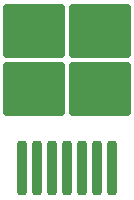
<source format=gbr>
%TF.GenerationSoftware,KiCad,Pcbnew,7.0.9*%
%TF.CreationDate,2023-11-14T16:15:09-06:00*%
%TF.ProjectId,to263-prototype,746f3236-332d-4707-926f-746f74797065,rev?*%
%TF.SameCoordinates,Original*%
%TF.FileFunction,Paste,Top*%
%TF.FilePolarity,Positive*%
%FSLAX46Y46*%
G04 Gerber Fmt 4.6, Leading zero omitted, Abs format (unit mm)*
G04 Created by KiCad (PCBNEW 7.0.9) date 2023-11-14 16:15:09*
%MOMM*%
%LPD*%
G01*
G04 APERTURE LIST*
G04 Aperture macros list*
%AMRoundRect*
0 Rectangle with rounded corners*
0 $1 Rounding radius*
0 $2 $3 $4 $5 $6 $7 $8 $9 X,Y pos of 4 corners*
0 Add a 4 corners polygon primitive as box body*
4,1,4,$2,$3,$4,$5,$6,$7,$8,$9,$2,$3,0*
0 Add four circle primitives for the rounded corners*
1,1,$1+$1,$2,$3*
1,1,$1+$1,$4,$5*
1,1,$1+$1,$6,$7*
1,1,$1+$1,$8,$9*
0 Add four rect primitives between the rounded corners*
20,1,$1+$1,$2,$3,$4,$5,0*
20,1,$1+$1,$4,$5,$6,$7,0*
20,1,$1+$1,$6,$7,$8,$9,0*
20,1,$1+$1,$8,$9,$2,$3,0*%
G04 Aperture macros list end*
%ADD10RoundRect,0.200000X0.200000X-2.100000X0.200000X2.100000X-0.200000X2.100000X-0.200000X-2.100000X0*%
%ADD11RoundRect,0.250000X2.375000X-2.025000X2.375000X2.025000X-2.375000X2.025000X-2.375000X-2.025000X0*%
G04 APERTURE END LIST*
D10*
%TO.C,U1*%
X85090000Y-85350000D03*
X86360000Y-85350000D03*
X87630000Y-85350000D03*
X88900000Y-85350000D03*
D11*
X86125000Y-78625000D03*
X91675000Y-78625000D03*
X86125000Y-73775000D03*
X91675000Y-73775000D03*
D10*
X90170000Y-85350000D03*
X91440000Y-85350000D03*
X92710000Y-85350000D03*
%TD*%
M02*

</source>
